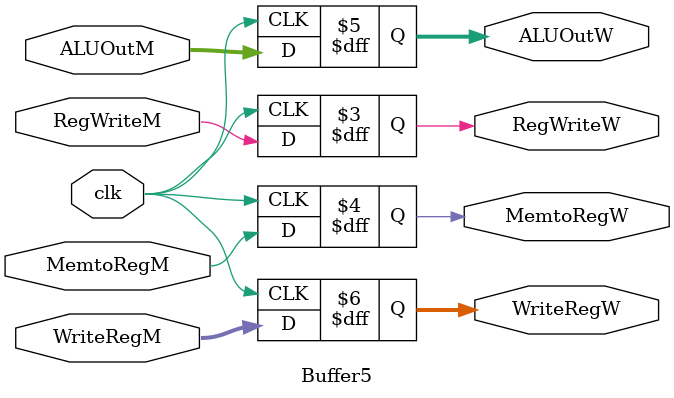
<source format=v>
`timescale 1ns / 1ps

module Buffer5 #(parameter WIDTH=32)
   (
    input 		   RegWriteM,
    input 		   MemtoRegM,
    input [WIDTH-1:0] 	   ALUOutM,
    input [4:0] 	   WriteRegM,
    input 		   clk,

    output reg 		   RegWriteW,
    output reg 		   MemtoRegW,
    output reg [WIDTH-1:0] ALUOutW,
    output reg [4:0] 	   WriteRegW			
    );

   initial
     begin
	RegWriteW=0;
	MemtoRegW=0;
	ALUOutW=0;
	WriteRegW=0;
     end
   
   always @(posedge clk)
     begin
	RegWriteW<=RegWriteM;
	MemtoRegW<=MemtoRegM;
	ALUOutW<=ALUOutM;
	WriteRegW<=WriteRegM;
     end
	
endmodule // Buffer5

</source>
